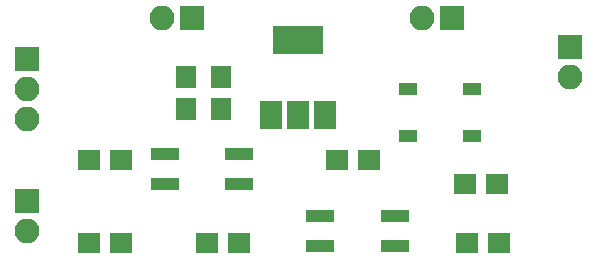
<source format=gbr>
G04 #@! TF.FileFunction,Soldermask,Top*
%FSLAX46Y46*%
G04 Gerber Fmt 4.6, Leading zero omitted, Abs format (unit mm)*
G04 Created by KiCad (PCBNEW 4.0.7) date 05/01/18 03:54:15*
%MOMM*%
%LPD*%
G01*
G04 APERTURE LIST*
%ADD10C,0.100000*%
%ADD11R,1.600000X1.100000*%
%ADD12R,2.100000X2.100000*%
%ADD13O,2.100000X2.100000*%
%ADD14R,4.200000X2.400000*%
%ADD15R,1.900000X2.400000*%
%ADD16R,1.900000X1.700000*%
%ADD17R,1.700000X1.900000*%
%ADD18R,2.400000X1.040000*%
G04 APERTURE END LIST*
D10*
D11*
X166300000Y-99000000D03*
X166300000Y-103000000D03*
X171700000Y-103000000D03*
X171700000Y-99000000D03*
D12*
X170000000Y-93000000D03*
D13*
X167460000Y-93000000D03*
D12*
X180000000Y-95460000D03*
D13*
X180000000Y-98000000D03*
D12*
X148000000Y-93000000D03*
D13*
X145460000Y-93000000D03*
D12*
X134000000Y-96460000D03*
D13*
X134000000Y-99000000D03*
X134000000Y-101540000D03*
D12*
X134000000Y-108460000D03*
D13*
X134000000Y-111000000D03*
D14*
X157000000Y-94850000D03*
D15*
X157000000Y-101150000D03*
X159300000Y-101150000D03*
X154700000Y-101150000D03*
D16*
X149300000Y-112000000D03*
X152000000Y-112000000D03*
X174000000Y-112000000D03*
X171300000Y-112000000D03*
X142000000Y-112000000D03*
X139300000Y-112000000D03*
X173850000Y-107000000D03*
X171150000Y-107000000D03*
X142000000Y-105000000D03*
X139300000Y-105000000D03*
D17*
X150500000Y-98000000D03*
X150500000Y-100700000D03*
X147500000Y-100700000D03*
X147500000Y-98000000D03*
D16*
X160300000Y-105000000D03*
X163000000Y-105000000D03*
D18*
X165150000Y-112270000D03*
X165150000Y-109730000D03*
X158850000Y-109730000D03*
X158850000Y-112270000D03*
X145700000Y-104460000D03*
X145700000Y-107000000D03*
X152000000Y-107000000D03*
X152000000Y-104460000D03*
M02*

</source>
